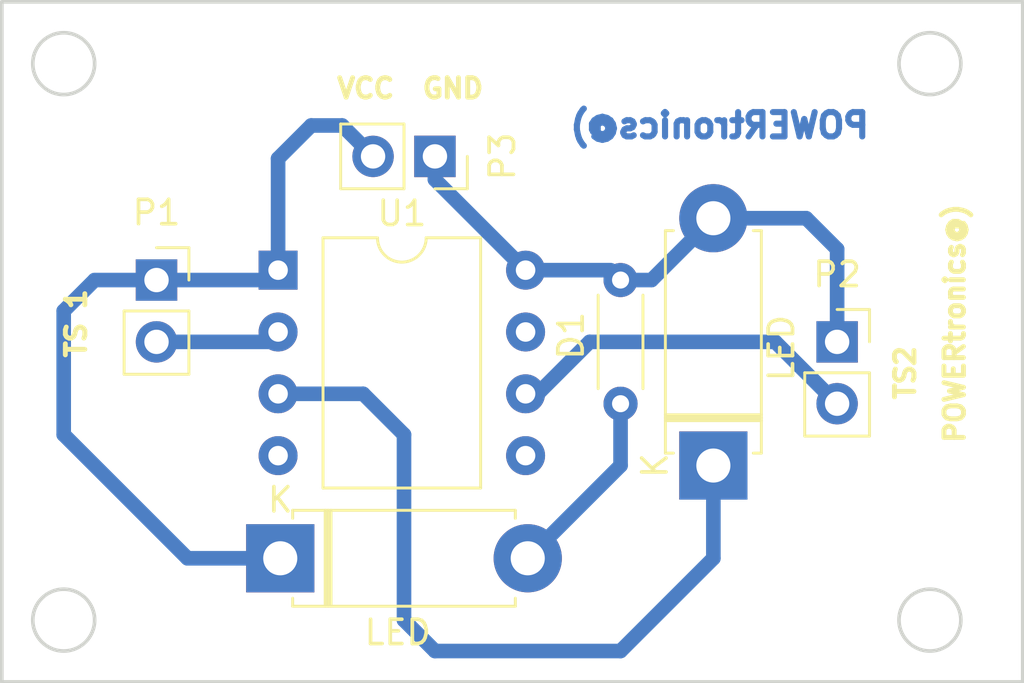
<source format=kicad_pcb>
(kicad_pcb (version 4) (host pcbnew 4.0.5)

  (general
    (links 11)
    (no_connects 0)
    (area 137.084999 93.904999 179.145001 121.995001)
    (thickness 1.6)
    (drawings 13)
    (tracks 35)
    (zones 0)
    (modules 7)
    (nets 10)
  )

  (page A4)
  (title_block
    (date 2018-09-21)
  )

  (layers
    (0 F.Cu signal)
    (31 B.Cu signal)
    (32 B.Adhes user)
    (33 F.Adhes user)
    (34 B.Paste user)
    (35 F.Paste user)
    (36 B.SilkS user)
    (37 F.SilkS user)
    (38 B.Mask user)
    (39 F.Mask user)
    (40 Dwgs.User user)
    (41 Cmts.User user)
    (42 Eco1.User user)
    (43 Eco2.User user)
    (44 Edge.Cuts user)
    (45 Margin user)
    (46 B.CrtYd user)
    (47 F.CrtYd user)
    (48 B.Fab user)
    (49 F.Fab user)
  )

  (setup
    (last_trace_width 0.25)
    (user_trace_width 0.4)
    (user_trace_width 0.6)
    (trace_clearance 0.2)
    (zone_clearance 0.508)
    (zone_45_only no)
    (trace_min 0.2)
    (segment_width 0.2)
    (edge_width 0.15)
    (via_size 0.6)
    (via_drill 0.4)
    (via_min_size 0.4)
    (via_min_drill 0.3)
    (uvia_size 0.3)
    (uvia_drill 0.1)
    (uvias_allowed no)
    (uvia_min_size 0.2)
    (uvia_min_drill 0.1)
    (pcb_text_width 0.3)
    (pcb_text_size 1.5 1.5)
    (mod_edge_width 0.15)
    (mod_text_size 1 1)
    (mod_text_width 0.15)
    (pad_size 1.524 1.524)
    (pad_drill 0.762)
    (pad_to_mask_clearance 0.2)
    (aux_axis_origin 0 0)
    (visible_elements 7FFFFFFF)
    (pcbplotparams
      (layerselection 0x00030_80000001)
      (usegerberextensions false)
      (excludeedgelayer true)
      (linewidth 0.100000)
      (plotframeref false)
      (viasonmask false)
      (mode 1)
      (useauxorigin false)
      (hpglpennumber 1)
      (hpglpenspeed 20)
      (hpglpendiameter 15)
      (hpglpenoverlay 2)
      (psnegative false)
      (psa4output false)
      (plotreference true)
      (plotvalue true)
      (plotinvisibletext false)
      (padsonsilk false)
      (subtractmaskfromsilk false)
      (outputformat 1)
      (mirror false)
      (drillshape 0)
      (scaleselection 1)
      (outputdirectory ../../../PCB/))
  )

  (net 0 "")
  (net 1 "Net-(D1-Pad1)")
  (net 2 VCC)
  (net 3 GND)
  (net 4 "Net-(D2-Pad2)")
  (net 5 "Net-(P1-Pad2)")
  (net 6 "Net-(P2-Pad2)")
  (net 7 "Net-(U1-Pad5)")
  (net 8 "Net-(U1-Pad7)")
  (net 9 "Net-(U1-Pad4)")

  (net_class Default "This is the default net class."
    (clearance 0.2)
    (trace_width 0.25)
    (via_dia 0.6)
    (via_drill 0.4)
    (uvia_dia 0.3)
    (uvia_drill 0.1)
    (add_net GND)
    (add_net "Net-(D1-Pad1)")
    (add_net "Net-(D2-Pad2)")
    (add_net "Net-(P1-Pad2)")
    (add_net "Net-(P2-Pad2)")
    (add_net "Net-(U1-Pad4)")
    (add_net "Net-(U1-Pad5)")
    (add_net "Net-(U1-Pad7)")
    (add_net VCC)
  )

  (module Diode_THT:D_5W_P10.16mm_Horizontal (layer F.Cu) (tedit 5E9C5030) (tstamp 5BA76237)
    (at 166.37 113.03 90)
    (descr "Diode, 5W series, Axial, Horizontal, pin pitch=10.16mm, , length*diameter=8.9*3.7mm^2, , http://www.diodes.com/_files/packages/8686949.gif")
    (tags "Diode 5W series Axial Horizontal pin pitch 10.16mm  length 8.9mm diameter 3.7mm")
    (path /5BA75906)
    (fp_text reference D1 (at 5.334 -5.842 90) (layer F.SilkS)
      (effects (font (size 1 1) (thickness 0.15)))
    )
    (fp_text value LED (at 5.08 2.97 90) (layer F.Fab)
      (effects (font (size 1 1) (thickness 0.15)))
    )
    (fp_line (start 0.63 -1.85) (end 0.63 1.85) (layer F.Fab) (width 0.1))
    (fp_line (start 0.63 1.85) (end 9.53 1.85) (layer F.Fab) (width 0.1))
    (fp_line (start 9.53 1.85) (end 9.53 -1.85) (layer F.Fab) (width 0.1))
    (fp_line (start 9.53 -1.85) (end 0.63 -1.85) (layer F.Fab) (width 0.1))
    (fp_line (start 0 0) (end 0.63 0) (layer F.Fab) (width 0.1))
    (fp_line (start 10.16 0) (end 9.53 0) (layer F.Fab) (width 0.1))
    (fp_line (start 1.965 -1.85) (end 1.965 1.85) (layer F.Fab) (width 0.1))
    (fp_line (start 2.065 -1.85) (end 2.065 1.85) (layer F.Fab) (width 0.1))
    (fp_line (start 1.865 -1.85) (end 1.865 1.85) (layer F.Fab) (width 0.1))
    (fp_line (start 0.51 -1.64) (end 0.51 -1.97) (layer F.SilkS) (width 0.12))
    (fp_line (start 0.51 -1.97) (end 9.65 -1.97) (layer F.SilkS) (width 0.12))
    (fp_line (start 9.65 -1.97) (end 9.65 -1.64) (layer F.SilkS) (width 0.12))
    (fp_line (start 0.51 1.64) (end 0.51 1.97) (layer F.SilkS) (width 0.12))
    (fp_line (start 0.51 1.97) (end 9.65 1.97) (layer F.SilkS) (width 0.12))
    (fp_line (start 9.65 1.97) (end 9.65 1.64) (layer F.SilkS) (width 0.12))
    (fp_line (start 1.965 -1.97) (end 1.965 1.97) (layer F.SilkS) (width 0.12))
    (fp_line (start 2.085 -1.97) (end 2.085 1.97) (layer F.SilkS) (width 0.12))
    (fp_line (start 1.845 -1.97) (end 1.845 1.97) (layer F.SilkS) (width 0.12))
    (fp_line (start -1.65 -2.1) (end -1.65 2.1) (layer F.CrtYd) (width 0.05))
    (fp_line (start -1.65 2.1) (end 11.81 2.1) (layer F.CrtYd) (width 0.05))
    (fp_line (start 11.81 2.1) (end 11.81 -2.1) (layer F.CrtYd) (width 0.05))
    (fp_line (start 11.81 -2.1) (end -1.65 -2.1) (layer F.CrtYd) (width 0.05))
    (fp_text user %R (at 5.7475 0 90) (layer F.Fab)
      (effects (font (size 1 1) (thickness 0.15)))
    )
    (fp_text user K (at 0 -2.4 90) (layer F.Fab)
      (effects (font (size 1 1) (thickness 0.15)))
    )
    (fp_text user K (at 0 -2.4 90) (layer F.SilkS)
      (effects (font (size 1 1) (thickness 0.15)))
    )
    (pad 1 thru_hole rect (at 0 0 90) (size 2.8 2.8) (drill 1.4) (layers *.Cu *.Mask)
      (net 1 "Net-(D1-Pad1)"))
    (pad 2 thru_hole oval (at 10.16 0 90) (size 2.8 2.8) (drill 1.4) (layers *.Cu *.Mask)
      (net 2 VCC))
    (model ${KISYS3DMOD}/Diode_THT.3dshapes/D_5W_P10.16mm_Horizontal.wrl
      (at (xyz 0 0 0))
      (scale (xyz 1 1 1))
      (rotate (xyz 0 0 0))
    )
  )

  (module Diode_THT:D_5W_P10.16mm_Horizontal (layer F.Cu) (tedit 5E9C5062) (tstamp 5BA7623D)
    (at 148.59 116.84)
    (descr "Diode, 5W series, Axial, Horizontal, pin pitch=10.16mm, , length*diameter=8.9*3.7mm^2, , http://www.diodes.com/_files/packages/8686949.gif")
    (tags "Diode 5W series Axial Horizontal pin pitch 10.16mm  length 8.9mm diameter 3.7mm")
    (path /5BA759E8)
    (fp_text reference LED (at 4.826 3.048) (layer F.SilkS)
      (effects (font (size 1 1) (thickness 0.15)))
    )
    (fp_text value LED (at 5.08 2.97) (layer F.Fab)
      (effects (font (size 1 1) (thickness 0.15)))
    )
    (fp_line (start 0.63 -1.85) (end 0.63 1.85) (layer F.Fab) (width 0.1))
    (fp_line (start 0.63 1.85) (end 9.53 1.85) (layer F.Fab) (width 0.1))
    (fp_line (start 9.53 1.85) (end 9.53 -1.85) (layer F.Fab) (width 0.1))
    (fp_line (start 9.53 -1.85) (end 0.63 -1.85) (layer F.Fab) (width 0.1))
    (fp_line (start 0 0) (end 0.63 0) (layer F.Fab) (width 0.1))
    (fp_line (start 10.16 0) (end 9.53 0) (layer F.Fab) (width 0.1))
    (fp_line (start 1.965 -1.85) (end 1.965 1.85) (layer F.Fab) (width 0.1))
    (fp_line (start 2.065 -1.85) (end 2.065 1.85) (layer F.Fab) (width 0.1))
    (fp_line (start 1.865 -1.85) (end 1.865 1.85) (layer F.Fab) (width 0.1))
    (fp_line (start 0.51 -1.64) (end 0.51 -1.97) (layer F.SilkS) (width 0.12))
    (fp_line (start 0.51 -1.97) (end 9.65 -1.97) (layer F.SilkS) (width 0.12))
    (fp_line (start 9.65 -1.97) (end 9.65 -1.64) (layer F.SilkS) (width 0.12))
    (fp_line (start 0.51 1.64) (end 0.51 1.97) (layer F.SilkS) (width 0.12))
    (fp_line (start 0.51 1.97) (end 9.65 1.97) (layer F.SilkS) (width 0.12))
    (fp_line (start 9.65 1.97) (end 9.65 1.64) (layer F.SilkS) (width 0.12))
    (fp_line (start 1.965 -1.97) (end 1.965 1.97) (layer F.SilkS) (width 0.12))
    (fp_line (start 2.085 -1.97) (end 2.085 1.97) (layer F.SilkS) (width 0.12))
    (fp_line (start 1.845 -1.97) (end 1.845 1.97) (layer F.SilkS) (width 0.12))
    (fp_line (start -1.65 -2.1) (end -1.65 2.1) (layer F.CrtYd) (width 0.05))
    (fp_line (start -1.65 2.1) (end 11.81 2.1) (layer F.CrtYd) (width 0.05))
    (fp_line (start 11.81 2.1) (end 11.81 -2.1) (layer F.CrtYd) (width 0.05))
    (fp_line (start 11.81 -2.1) (end -1.65 -2.1) (layer F.CrtYd) (width 0.05))
    (fp_text user %R (at 5.7475 0) (layer F.Fab)
      (effects (font (size 1 1) (thickness 0.15)))
    )
    (fp_text user K (at 0 -2.4) (layer F.Fab)
      (effects (font (size 1 1) (thickness 0.15)))
    )
    (fp_text user K (at 0 -2.4) (layer F.SilkS)
      (effects (font (size 1 1) (thickness 0.15)))
    )
    (pad 1 thru_hole rect (at 0 0) (size 2.8 2.8) (drill 1.4) (layers *.Cu *.Mask)
      (net 3 GND))
    (pad 2 thru_hole oval (at 10.16 0) (size 2.8 2.8) (drill 1.4) (layers *.Cu *.Mask)
      (net 4 "Net-(D2-Pad2)"))
    (model ${KISYS3DMOD}/Diode_THT.3dshapes/D_5W_P10.16mm_Horizontal.wrl
      (at (xyz 0 0 0))
      (scale (xyz 1 1 1))
      (rotate (xyz 0 0 0))
    )
  )

  (module Connector_PinSocket_2.54mm:PinSocket_1x02_P2.54mm_Vertical (layer F.Cu) (tedit 5A19A420) (tstamp 5BA76243)
    (at 143.51 105.41)
    (descr "Through hole straight socket strip, 1x02, 2.54mm pitch, single row (from Kicad 4.0.7), script generated")
    (tags "Through hole socket strip THT 1x02 2.54mm single row")
    (path /5BA4F8BE)
    (fp_text reference P1 (at 0 -2.77) (layer F.SilkS)
      (effects (font (size 1 1) (thickness 0.15)))
    )
    (fp_text value CONN_01X02 (at 0 5.31) (layer F.Fab)
      (effects (font (size 1 1) (thickness 0.15)))
    )
    (fp_line (start -1.27 -1.27) (end 0.635 -1.27) (layer F.Fab) (width 0.1))
    (fp_line (start 0.635 -1.27) (end 1.27 -0.635) (layer F.Fab) (width 0.1))
    (fp_line (start 1.27 -0.635) (end 1.27 3.81) (layer F.Fab) (width 0.1))
    (fp_line (start 1.27 3.81) (end -1.27 3.81) (layer F.Fab) (width 0.1))
    (fp_line (start -1.27 3.81) (end -1.27 -1.27) (layer F.Fab) (width 0.1))
    (fp_line (start -1.33 1.27) (end 1.33 1.27) (layer F.SilkS) (width 0.12))
    (fp_line (start -1.33 1.27) (end -1.33 3.87) (layer F.SilkS) (width 0.12))
    (fp_line (start -1.33 3.87) (end 1.33 3.87) (layer F.SilkS) (width 0.12))
    (fp_line (start 1.33 1.27) (end 1.33 3.87) (layer F.SilkS) (width 0.12))
    (fp_line (start 1.33 -1.33) (end 1.33 0) (layer F.SilkS) (width 0.12))
    (fp_line (start 0 -1.33) (end 1.33 -1.33) (layer F.SilkS) (width 0.12))
    (fp_line (start -1.8 -1.8) (end 1.75 -1.8) (layer F.CrtYd) (width 0.05))
    (fp_line (start 1.75 -1.8) (end 1.75 4.3) (layer F.CrtYd) (width 0.05))
    (fp_line (start 1.75 4.3) (end -1.8 4.3) (layer F.CrtYd) (width 0.05))
    (fp_line (start -1.8 4.3) (end -1.8 -1.8) (layer F.CrtYd) (width 0.05))
    (fp_text user %R (at 0 1.27 90) (layer F.Fab)
      (effects (font (size 1 1) (thickness 0.15)))
    )
    (pad 1 thru_hole rect (at 0 0) (size 1.7 1.7) (drill 1) (layers *.Cu *.Mask)
      (net 3 GND))
    (pad 2 thru_hole oval (at 0 2.54) (size 1.7 1.7) (drill 1) (layers *.Cu *.Mask)
      (net 5 "Net-(P1-Pad2)"))
    (model ${KISYS3DMOD}/Connector_PinSocket_2.54mm.3dshapes/PinSocket_1x02_P2.54mm_Vertical.wrl
      (at (xyz 0 0 0))
      (scale (xyz 1 1 1))
      (rotate (xyz 0 0 0))
    )
  )

  (module Connector_PinSocket_2.54mm:PinSocket_1x02_P2.54mm_Vertical (layer F.Cu) (tedit 5A19A420) (tstamp 5BA76249)
    (at 171.45 107.95)
    (descr "Through hole straight socket strip, 1x02, 2.54mm pitch, single row (from Kicad 4.0.7), script generated")
    (tags "Through hole socket strip THT 1x02 2.54mm single row")
    (path /5BA4F844)
    (fp_text reference P2 (at 0 -2.77) (layer F.SilkS)
      (effects (font (size 1 1) (thickness 0.15)))
    )
    (fp_text value CONN_01X02 (at 0 5.31) (layer F.Fab)
      (effects (font (size 1 1) (thickness 0.15)))
    )
    (fp_line (start -1.27 -1.27) (end 0.635 -1.27) (layer F.Fab) (width 0.1))
    (fp_line (start 0.635 -1.27) (end 1.27 -0.635) (layer F.Fab) (width 0.1))
    (fp_line (start 1.27 -0.635) (end 1.27 3.81) (layer F.Fab) (width 0.1))
    (fp_line (start 1.27 3.81) (end -1.27 3.81) (layer F.Fab) (width 0.1))
    (fp_line (start -1.27 3.81) (end -1.27 -1.27) (layer F.Fab) (width 0.1))
    (fp_line (start -1.33 1.27) (end 1.33 1.27) (layer F.SilkS) (width 0.12))
    (fp_line (start -1.33 1.27) (end -1.33 3.87) (layer F.SilkS) (width 0.12))
    (fp_line (start -1.33 3.87) (end 1.33 3.87) (layer F.SilkS) (width 0.12))
    (fp_line (start 1.33 1.27) (end 1.33 3.87) (layer F.SilkS) (width 0.12))
    (fp_line (start 1.33 -1.33) (end 1.33 0) (layer F.SilkS) (width 0.12))
    (fp_line (start 0 -1.33) (end 1.33 -1.33) (layer F.SilkS) (width 0.12))
    (fp_line (start -1.8 -1.8) (end 1.75 -1.8) (layer F.CrtYd) (width 0.05))
    (fp_line (start 1.75 -1.8) (end 1.75 4.3) (layer F.CrtYd) (width 0.05))
    (fp_line (start 1.75 4.3) (end -1.8 4.3) (layer F.CrtYd) (width 0.05))
    (fp_line (start -1.8 4.3) (end -1.8 -1.8) (layer F.CrtYd) (width 0.05))
    (fp_text user %R (at 0 1.27 90) (layer F.Fab)
      (effects (font (size 1 1) (thickness 0.15)))
    )
    (pad 1 thru_hole rect (at 0 0) (size 1.7 1.7) (drill 1) (layers *.Cu *.Mask)
      (net 2 VCC))
    (pad 2 thru_hole oval (at 0 2.54) (size 1.7 1.7) (drill 1) (layers *.Cu *.Mask)
      (net 6 "Net-(P2-Pad2)"))
    (model ${KISYS3DMOD}/Connector_PinSocket_2.54mm.3dshapes/PinSocket_1x02_P2.54mm_Vertical.wrl
      (at (xyz 0 0 0))
      (scale (xyz 1 1 1))
      (rotate (xyz 0 0 0))
    )
  )

  (module Connector_PinSocket_2.54mm:PinSocket_1x02_P2.54mm_Vertical (layer F.Cu) (tedit 5A19A420) (tstamp 5BA7624F)
    (at 154.94 100.33 270)
    (descr "Through hole straight socket strip, 1x02, 2.54mm pitch, single row (from Kicad 4.0.7), script generated")
    (tags "Through hole socket strip THT 1x02 2.54mm single row")
    (path /5BA4F8E4)
    (fp_text reference P3 (at 0 -2.77 270) (layer F.SilkS)
      (effects (font (size 1 1) (thickness 0.15)))
    )
    (fp_text value CONN_01X02 (at 0 5.31 270) (layer F.Fab)
      (effects (font (size 1 1) (thickness 0.15)))
    )
    (fp_line (start -1.27 -1.27) (end 0.635 -1.27) (layer F.Fab) (width 0.1))
    (fp_line (start 0.635 -1.27) (end 1.27 -0.635) (layer F.Fab) (width 0.1))
    (fp_line (start 1.27 -0.635) (end 1.27 3.81) (layer F.Fab) (width 0.1))
    (fp_line (start 1.27 3.81) (end -1.27 3.81) (layer F.Fab) (width 0.1))
    (fp_line (start -1.27 3.81) (end -1.27 -1.27) (layer F.Fab) (width 0.1))
    (fp_line (start -1.33 1.27) (end 1.33 1.27) (layer F.SilkS) (width 0.12))
    (fp_line (start -1.33 1.27) (end -1.33 3.87) (layer F.SilkS) (width 0.12))
    (fp_line (start -1.33 3.87) (end 1.33 3.87) (layer F.SilkS) (width 0.12))
    (fp_line (start 1.33 1.27) (end 1.33 3.87) (layer F.SilkS) (width 0.12))
    (fp_line (start 1.33 -1.33) (end 1.33 0) (layer F.SilkS) (width 0.12))
    (fp_line (start 0 -1.33) (end 1.33 -1.33) (layer F.SilkS) (width 0.12))
    (fp_line (start -1.8 -1.8) (end 1.75 -1.8) (layer F.CrtYd) (width 0.05))
    (fp_line (start 1.75 -1.8) (end 1.75 4.3) (layer F.CrtYd) (width 0.05))
    (fp_line (start 1.75 4.3) (end -1.8 4.3) (layer F.CrtYd) (width 0.05))
    (fp_line (start -1.8 4.3) (end -1.8 -1.8) (layer F.CrtYd) (width 0.05))
    (fp_text user %R (at 0 1.27 360) (layer F.Fab)
      (effects (font (size 1 1) (thickness 0.15)))
    )
    (pad 1 thru_hole rect (at 0 0 270) (size 1.7 1.7) (drill 1) (layers *.Cu *.Mask)
      (net 2 VCC))
    (pad 2 thru_hole oval (at 0 2.54 270) (size 1.7 1.7) (drill 1) (layers *.Cu *.Mask)
      (net 3 GND))
    (model ${KISYS3DMOD}/Connector_PinSocket_2.54mm.3dshapes/PinSocket_1x02_P2.54mm_Vertical.wrl
      (at (xyz 0 0 0))
      (scale (xyz 1 1 1))
      (rotate (xyz 0 0 0))
    )
  )

  (module Resistor_THT:R_Axial_DIN0204_L3.6mm_D1.6mm_P5.08mm_Horizontal (layer F.Cu) (tedit 5E9C506E) (tstamp 5BA76255)
    (at 162.56 105.41 270)
    (descr "Resistor, Axial_DIN0204 series, Axial, Horizontal, pin pitch=5.08mm, 0.167W, length*diameter=3.6*1.6mm^2, http://cdn-reichelt.de/documents/datenblatt/B400/1_4W%23YAG.pdf")
    (tags "Resistor Axial_DIN0204 series Axial Horizontal pin pitch 5.08mm 0.167W length 3.6mm diameter 1.6mm")
    (path /5BA7595B)
    (fp_text reference LED (at 2.794 -6.604 270) (layer F.SilkS)
      (effects (font (size 1 1) (thickness 0.15)))
    )
    (fp_text value R (at 2.54 1.92 270) (layer F.Fab)
      (effects (font (size 1 1) (thickness 0.15)))
    )
    (fp_line (start 0.74 -0.8) (end 0.74 0.8) (layer F.Fab) (width 0.1))
    (fp_line (start 0.74 0.8) (end 4.34 0.8) (layer F.Fab) (width 0.1))
    (fp_line (start 4.34 0.8) (end 4.34 -0.8) (layer F.Fab) (width 0.1))
    (fp_line (start 4.34 -0.8) (end 0.74 -0.8) (layer F.Fab) (width 0.1))
    (fp_line (start 0 0) (end 0.74 0) (layer F.Fab) (width 0.1))
    (fp_line (start 5.08 0) (end 4.34 0) (layer F.Fab) (width 0.1))
    (fp_line (start 0.62 -0.92) (end 4.46 -0.92) (layer F.SilkS) (width 0.12))
    (fp_line (start 0.62 0.92) (end 4.46 0.92) (layer F.SilkS) (width 0.12))
    (fp_line (start -0.95 -1.05) (end -0.95 1.05) (layer F.CrtYd) (width 0.05))
    (fp_line (start -0.95 1.05) (end 6.03 1.05) (layer F.CrtYd) (width 0.05))
    (fp_line (start 6.03 1.05) (end 6.03 -1.05) (layer F.CrtYd) (width 0.05))
    (fp_line (start 6.03 -1.05) (end -0.95 -1.05) (layer F.CrtYd) (width 0.05))
    (fp_text user %R (at 2.54 0 270) (layer F.Fab)
      (effects (font (size 0.72 0.72) (thickness 0.108)))
    )
    (pad 1 thru_hole circle (at 0 0 270) (size 1.4 1.4) (drill 0.7) (layers *.Cu *.Mask)
      (net 2 VCC))
    (pad 2 thru_hole oval (at 5.08 0 270) (size 1.4 1.4) (drill 0.7) (layers *.Cu *.Mask)
      (net 4 "Net-(D2-Pad2)"))
    (model ${KISYS3DMOD}/Resistor_THT.3dshapes/R_Axial_DIN0204_L3.6mm_D1.6mm_P5.08mm_Horizontal.wrl
      (at (xyz 0 0 0))
      (scale (xyz 1 1 1))
      (rotate (xyz 0 0 0))
    )
  )

  (module Package_DIP:DIP-8_W10.16mm (layer F.Cu) (tedit 5A02E8C5) (tstamp 5BA76261)
    (at 148.5011 105.0036)
    (descr "8-lead though-hole mounted DIP package, row spacing 10.16 mm (400 mils)")
    (tags "THT DIP DIL PDIP 2.54mm 10.16mm 400mil")
    (path /5BA4F7E0)
    (fp_text reference U1 (at 5.08 -2.33) (layer F.SilkS)
      (effects (font (size 1 1) (thickness 0.15)))
    )
    (fp_text value NE555 (at 5.08 9.95) (layer F.Fab)
      (effects (font (size 1 1) (thickness 0.15)))
    )
    (fp_arc (start 5.08 -1.33) (end 4.08 -1.33) (angle -180) (layer F.SilkS) (width 0.12))
    (fp_line (start 2.905 -1.27) (end 8.255 -1.27) (layer F.Fab) (width 0.1))
    (fp_line (start 8.255 -1.27) (end 8.255 8.89) (layer F.Fab) (width 0.1))
    (fp_line (start 8.255 8.89) (end 1.905 8.89) (layer F.Fab) (width 0.1))
    (fp_line (start 1.905 8.89) (end 1.905 -0.27) (layer F.Fab) (width 0.1))
    (fp_line (start 1.905 -0.27) (end 2.905 -1.27) (layer F.Fab) (width 0.1))
    (fp_line (start 4.08 -1.33) (end 1.845 -1.33) (layer F.SilkS) (width 0.12))
    (fp_line (start 1.845 -1.33) (end 1.845 8.95) (layer F.SilkS) (width 0.12))
    (fp_line (start 1.845 8.95) (end 8.315 8.95) (layer F.SilkS) (width 0.12))
    (fp_line (start 8.315 8.95) (end 8.315 -1.33) (layer F.SilkS) (width 0.12))
    (fp_line (start 8.315 -1.33) (end 6.08 -1.33) (layer F.SilkS) (width 0.12))
    (fp_line (start -1.05 -1.55) (end -1.05 9.15) (layer F.CrtYd) (width 0.05))
    (fp_line (start -1.05 9.15) (end 11.25 9.15) (layer F.CrtYd) (width 0.05))
    (fp_line (start 11.25 9.15) (end 11.25 -1.55) (layer F.CrtYd) (width 0.05))
    (fp_line (start 11.25 -1.55) (end -1.05 -1.55) (layer F.CrtYd) (width 0.05))
    (fp_text user %R (at 5.08 3.81) (layer F.Fab)
      (effects (font (size 1 1) (thickness 0.15)))
    )
    (pad 1 thru_hole rect (at 0 0) (size 1.6 1.6) (drill 0.8) (layers *.Cu *.Mask)
      (net 3 GND))
    (pad 5 thru_hole oval (at 10.16 7.62) (size 1.6 1.6) (drill 0.8) (layers *.Cu *.Mask)
      (net 7 "Net-(U1-Pad5)"))
    (pad 2 thru_hole oval (at 0 2.54) (size 1.6 1.6) (drill 0.8) (layers *.Cu *.Mask)
      (net 5 "Net-(P1-Pad2)"))
    (pad 6 thru_hole oval (at 10.16 5.08) (size 1.6 1.6) (drill 0.8) (layers *.Cu *.Mask)
      (net 6 "Net-(P2-Pad2)"))
    (pad 3 thru_hole oval (at 0 5.08) (size 1.6 1.6) (drill 0.8) (layers *.Cu *.Mask)
      (net 1 "Net-(D1-Pad1)"))
    (pad 7 thru_hole oval (at 10.16 2.54) (size 1.6 1.6) (drill 0.8) (layers *.Cu *.Mask)
      (net 8 "Net-(U1-Pad7)"))
    (pad 4 thru_hole oval (at 0 7.62) (size 1.6 1.6) (drill 0.8) (layers *.Cu *.Mask)
      (net 9 "Net-(U1-Pad4)"))
    (pad 8 thru_hole oval (at 10.16 0) (size 1.6 1.6) (drill 0.8) (layers *.Cu *.Mask)
      (net 2 VCC))
    (model ${KISYS3DMOD}/Package_DIP.3dshapes/DIP-8_W10.16mm.wrl
      (at (xyz 0 0 0))
      (scale (xyz 1 1 1))
      (rotate (xyz 0 0 0))
    )
  )

  (gr_text "POWERtronics@)" (at 166.624 99.06) (layer B.Cu)
    (effects (font (size 1 1) (thickness 0.25)) (justify mirror))
  )
  (gr_text "POWERtronics@)" (at 176.276 107.188 90) (layer F.SilkS)
    (effects (font (size 0.8 0.8) (thickness 0.2)))
  )
  (gr_text TS2 (at 174.244 109.22 90) (layer F.SilkS)
    (effects (font (size 0.8 0.8) (thickness 0.2)))
  )
  (gr_text "TS 1" (at 140.208 107.188 90) (layer F.SilkS)
    (effects (font (size 0.8 0.8) (thickness 0.2)))
  )
  (gr_text "VCC  GND" (at 153.924 97.536) (layer F.SilkS)
    (effects (font (size 0.8 0.8) (thickness 0.2)))
  )
  (gr_circle (center 139.7 119.38) (end 139.7 118.11) (layer Edge.Cuts) (width 0.15))
  (gr_circle (center 175.26 119.38) (end 175.26 118.11) (layer Edge.Cuts) (width 0.15))
  (gr_circle (center 175.26 96.52) (end 176.53 96.52) (layer Edge.Cuts) (width 0.15))
  (gr_circle (center 139.7 96.52) (end 139.7 95.25) (layer Edge.Cuts) (width 0.15))
  (gr_line (start 137.16 121.92) (end 137.16 93.98) (angle 90) (layer Edge.Cuts) (width 0.15))
  (gr_line (start 179.07 121.92) (end 137.16 121.92) (angle 90) (layer Edge.Cuts) (width 0.15))
  (gr_line (start 179.07 93.98) (end 179.07 121.92) (angle 90) (layer Edge.Cuts) (width 0.15))
  (gr_line (start 137.16 93.98) (end 179.07 93.98) (angle 90) (layer Edge.Cuts) (width 0.15))

  (segment (start 148.5011 110.0836) (end 151.9936 110.0836) (width 0.6) (layer B.Cu) (net 1))
  (segment (start 151.9936 110.0836) (end 153.67 111.76) (width 0.6) (layer B.Cu) (net 1) (tstamp 5BA7630D))
  (segment (start 153.67 111.76) (end 153.67 119.38) (width 0.6) (layer B.Cu) (net 1) (tstamp 5BA7630E))
  (segment (start 153.67 119.38) (end 154.94 120.65) (width 0.6) (layer B.Cu) (net 1) (tstamp 5BA76311))
  (segment (start 154.94 120.65) (end 162.56 120.65) (width 0.6) (layer B.Cu) (net 1) (tstamp 5BA76313))
  (segment (start 162.56 120.65) (end 166.37 116.84) (width 0.6) (layer B.Cu) (net 1) (tstamp 5BA76315))
  (segment (start 166.37 116.84) (end 166.37 113.03) (width 0.6) (layer B.Cu) (net 1) (tstamp 5BA76317))
  (segment (start 171.45 107.95) (end 171.45 104.14) (width 0.6) (layer B.Cu) (net 2))
  (segment (start 171.45 104.14) (end 170.18 102.87) (width 0.6) (layer B.Cu) (net 2) (tstamp 5BA76328))
  (segment (start 170.18 102.87) (end 166.37 102.87) (width 0.6) (layer B.Cu) (net 2) (tstamp 5BA7632A))
  (segment (start 162.56 105.41) (end 163.83 105.41) (width 0.6) (layer B.Cu) (net 2))
  (segment (start 163.83 105.41) (end 166.37 102.87) (width 0.6) (layer B.Cu) (net 2) (tstamp 5BA762EB))
  (segment (start 158.6611 105.0036) (end 162.1536 105.0036) (width 0.6) (layer B.Cu) (net 2))
  (segment (start 162.1536 105.0036) (end 162.56 105.41) (width 0.25) (layer B.Cu) (net 2) (tstamp 5BA762E8))
  (segment (start 154.94 100.33) (end 154.94 101.2825) (width 0.6) (layer B.Cu) (net 2))
  (segment (start 154.94 101.2825) (end 158.6611 105.0036) (width 0.6) (layer B.Cu) (net 2) (tstamp 5BA762E5))
  (segment (start 148.59 116.84) (end 144.78 116.84) (width 0.6) (layer B.Cu) (net 3))
  (segment (start 140.97 105.41) (end 143.51 105.41) (width 0.6) (layer B.Cu) (net 3) (tstamp 5BA76308))
  (segment (start 139.7 106.68) (end 140.97 105.41) (width 0.6) (layer B.Cu) (net 3) (tstamp 5BA76306))
  (segment (start 139.7 111.76) (end 139.7 106.68) (width 0.6) (layer B.Cu) (net 3) (tstamp 5BA76305))
  (segment (start 144.78 116.84) (end 139.7 111.76) (width 0.6) (layer B.Cu) (net 3) (tstamp 5BA76302))
  (segment (start 143.51 105.41) (end 148.0947 105.41) (width 0.6) (layer B.Cu) (net 3))
  (segment (start 148.0947 105.41) (end 148.5011 105.0036) (width 0.25) (layer B.Cu) (net 3) (tstamp 5BA762FE))
  (segment (start 148.5011 105.0036) (end 148.5011 100.4189) (width 0.6) (layer B.Cu) (net 3))
  (segment (start 148.5011 100.4189) (end 149.86 99.06) (width 0.6) (layer B.Cu) (net 3) (tstamp 5BA762EF))
  (segment (start 149.86 99.06) (end 151.13 99.06) (width 0.6) (layer B.Cu) (net 3) (tstamp 5BA762F1))
  (segment (start 151.13 99.06) (end 152.4 100.33) (width 0.6) (layer B.Cu) (net 3) (tstamp 5BA762F3))
  (segment (start 158.75 116.84) (end 162.56 113.03) (width 0.6) (layer B.Cu) (net 4))
  (segment (start 162.56 113.03) (end 162.56 110.49) (width 0.6) (layer B.Cu) (net 4) (tstamp 5BA7631B))
  (segment (start 143.51 107.95) (end 148.0947 107.95) (width 0.6) (layer B.Cu) (net 5))
  (segment (start 148.0947 107.95) (end 148.5011 107.5436) (width 0.25) (layer B.Cu) (net 5) (tstamp 5BA762FB))
  (segment (start 158.6611 110.0836) (end 159.1564 110.0836) (width 0.25) (layer B.Cu) (net 6))
  (segment (start 159.1564 110.0836) (end 161.29 107.95) (width 0.6) (layer B.Cu) (net 6) (tstamp 5BA7631F))
  (segment (start 168.91 107.95) (end 171.45 110.49) (width 0.6) (layer B.Cu) (net 6) (tstamp 5BA76324))
  (segment (start 161.29 107.95) (end 168.91 107.95) (width 0.6) (layer B.Cu) (net 6) (tstamp 5BA76321))

  (zone (net 0) (net_name "") (layer B.Cu) (tstamp 5BA76370) (hatch edge 0.508)
    (connect_pads (clearance 0.508))
    (min_thickness 0.254)
    (fill (arc_segments 16) (thermal_gap 0.508) (thermal_bridge_width 0.508))
    (polygon
      (pts
        (xy 137.16 93.98) (xy 179.07 93.98) (xy 179.07 121.92) (xy 137.16 121.92)
      )
    )
  )
)

</source>
